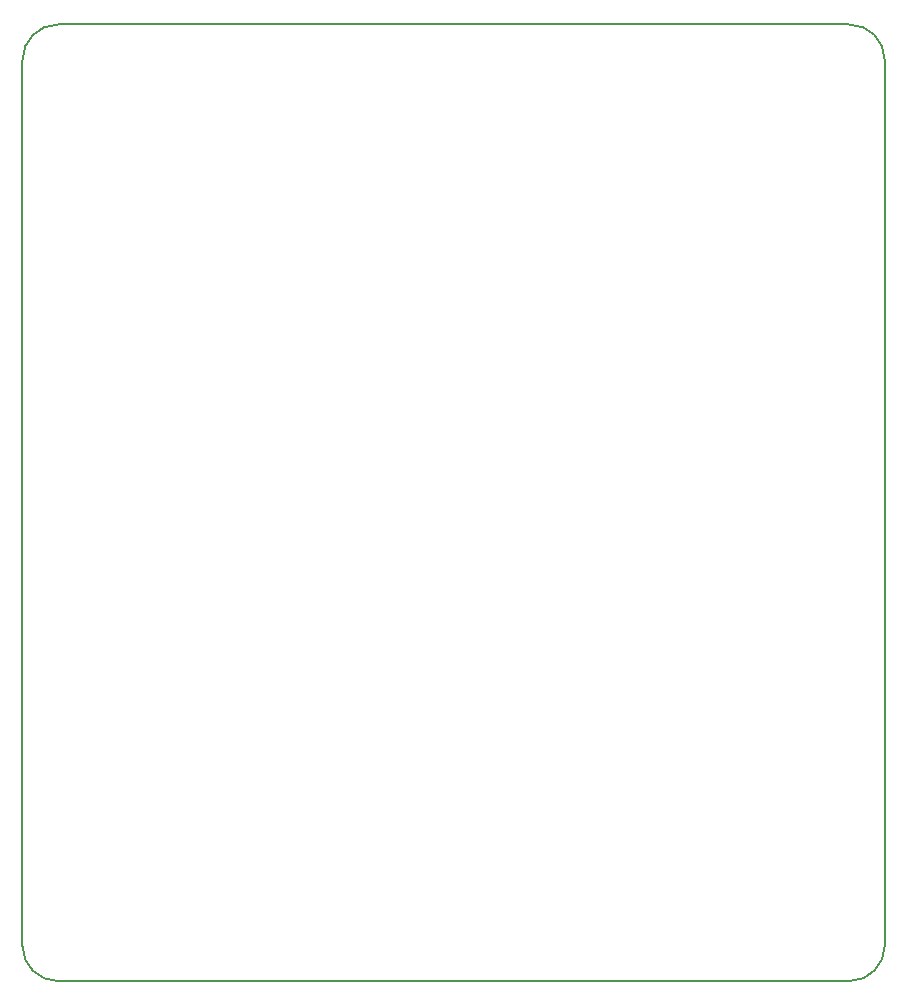
<source format=gbr>
G04 #@! TF.FileFunction,Profile,NP*
%FSLAX46Y46*%
G04 Gerber Fmt 4.6, Leading zero omitted, Abs format (unit mm)*
G04 Created by KiCad (PCBNEW 4.0.7) date 04/16/18 17:57:04*
%MOMM*%
%LPD*%
G01*
G04 APERTURE LIST*
%ADD10C,0.100000*%
%ADD11C,0.150000*%
G04 APERTURE END LIST*
D10*
D11*
X73000000Y-78000000D02*
X73000000Y-3000000D01*
X0Y-3000000D02*
X0Y-78000000D01*
X3000000Y0D02*
X70000000Y0D01*
X73000000Y-3000000D02*
G75*
G03X70000000Y0I-3000000J0D01*
G01*
X3000000Y0D02*
G75*
G03X0Y-3000000I0J-3000000D01*
G01*
X70000000Y-81000000D02*
G75*
G03X73000000Y-78000000I0J3000000D01*
G01*
X70000000Y-81000000D02*
X3000000Y-81000000D01*
X0Y-78000000D02*
G75*
G03X3000000Y-81000000I3000000J0D01*
G01*
M02*

</source>
